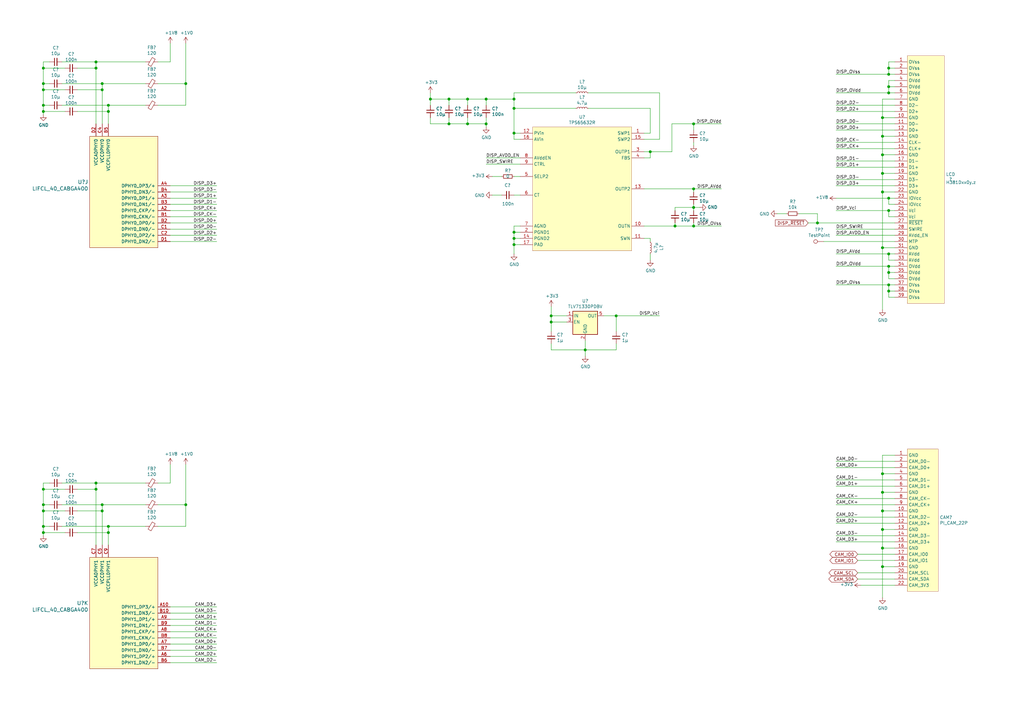
<source format=kicad_sch>
(kicad_sch (version 20210126) (generator eeschema)
  (paper "A3")
  (junction (at 17.78 27.94) (diameter 1.016))
  (junction (at 17.78 34.29) (diameter 1.016))
  (junction (at 17.78 36.83) (diameter 1.016))
  (junction (at 17.78 43.18) (diameter 1.016))
  (junction (at 17.78 45.72) (diameter 1.016))
  (junction (at 17.78 200.66) (diameter 1.016))
  (junction (at 17.78 207.01) (diameter 1.016))
  (junction (at 17.78 209.55) (diameter 1.016))
  (junction (at 17.78 215.9) (diameter 1.016))
  (junction (at 17.78 218.44) (diameter 1.016))
  (junction (at 39.37 25.4) (diameter 1.016))
  (junction (at 39.37 27.94) (diameter 1.016))
  (junction (at 39.37 198.12) (diameter 1.016))
  (junction (at 39.37 200.66) (diameter 1.016))
  (junction (at 41.91 34.29) (diameter 1.016))
  (junction (at 41.91 36.83) (diameter 1.016))
  (junction (at 41.91 207.01) (diameter 1.016))
  (junction (at 41.91 209.55) (diameter 1.016))
  (junction (at 44.45 43.18) (diameter 1.016))
  (junction (at 44.45 45.72) (diameter 1.016))
  (junction (at 44.45 215.9) (diameter 1.016))
  (junction (at 44.45 218.44) (diameter 1.016))
  (junction (at 76.2 34.29) (diameter 1.016))
  (junction (at 76.2 207.01) (diameter 1.016))
  (junction (at 176.53 40.64) (diameter 1.016))
  (junction (at 184.15 40.64) (diameter 1.016))
  (junction (at 184.15 50.8) (diameter 1.016))
  (junction (at 191.77 40.64) (diameter 1.016))
  (junction (at 191.77 50.8) (diameter 1.016))
  (junction (at 199.39 40.64) (diameter 1.016))
  (junction (at 199.39 50.8) (diameter 1.016))
  (junction (at 210.82 40.64) (diameter 1.016))
  (junction (at 210.82 44.45) (diameter 1.016))
  (junction (at 210.82 54.61) (diameter 1.016))
  (junction (at 210.82 95.25) (diameter 1.016))
  (junction (at 210.82 97.79) (diameter 1.016))
  (junction (at 210.82 100.33) (diameter 1.016))
  (junction (at 226.06 129.54) (diameter 1.016))
  (junction (at 226.06 132.08) (diameter 1.016))
  (junction (at 240.03 143.51) (diameter 1.016))
  (junction (at 252.73 129.54) (diameter 1.016))
  (junction (at 266.7 62.23) (diameter 1.016))
  (junction (at 276.86 92.71) (diameter 1.016))
  (junction (at 284.48 50.8) (diameter 1.016))
  (junction (at 284.48 77.47) (diameter 1.016))
  (junction (at 284.48 85.09) (diameter 1.016))
  (junction (at 284.48 92.71) (diameter 1.016))
  (junction (at 335.28 91.44) (diameter 1.016))
  (junction (at 361.95 48.26) (diameter 1.016))
  (junction (at 361.95 55.88) (diameter 1.016))
  (junction (at 361.95 63.5) (diameter 1.016))
  (junction (at 361.95 71.12) (diameter 1.016))
  (junction (at 361.95 78.74) (diameter 1.016))
  (junction (at 361.95 101.6) (diameter 1.016))
  (junction (at 361.95 194.31) (diameter 1.016))
  (junction (at 361.95 201.93) (diameter 1.016))
  (junction (at 361.95 209.55) (diameter 1.016))
  (junction (at 361.95 217.17) (diameter 1.016))
  (junction (at 361.95 224.79) (diameter 1.016))
  (junction (at 361.95 232.41) (diameter 1.016))
  (junction (at 364.49 27.94) (diameter 1.016))
  (junction (at 364.49 30.48) (diameter 1.016))
  (junction (at 364.49 35.56) (diameter 1.016))
  (junction (at 364.49 38.1) (diameter 1.016))
  (junction (at 364.49 81.28) (diameter 1.016))
  (junction (at 364.49 86.36) (diameter 1.016))
  (junction (at 364.49 104.14) (diameter 1.016))
  (junction (at 364.49 109.22) (diameter 1.016))
  (junction (at 364.49 111.76) (diameter 1.016))
  (junction (at 364.49 116.84) (diameter 1.016))
  (junction (at 364.49 119.38) (diameter 1.016))
  (wire (pts (xy 17.78 25.4) (xy 20.32 25.4)))
  (wire (pts (xy 17.78 27.94) (xy 17.78 25.4)))
  (wire (pts (xy 17.78 27.94) (xy 26.67 27.94)))
  (wire (pts (xy 17.78 34.29) (xy 17.78 27.94)))
  (wire (pts (xy 17.78 34.29) (xy 20.32 34.29)))
  (wire (pts (xy 17.78 36.83) (xy 17.78 34.29)))
  (wire (pts (xy 17.78 36.83) (xy 26.67 36.83)))
  (wire (pts (xy 17.78 43.18) (xy 17.78 36.83)))
  (wire (pts (xy 17.78 43.18) (xy 20.32 43.18)))
  (wire (pts (xy 17.78 45.72) (xy 17.78 43.18)))
  (wire (pts (xy 17.78 45.72) (xy 26.67 45.72)))
  (wire (pts (xy 17.78 46.99) (xy 17.78 45.72)))
  (wire (pts (xy 17.78 198.12) (xy 20.32 198.12)))
  (wire (pts (xy 17.78 200.66) (xy 17.78 198.12)))
  (wire (pts (xy 17.78 200.66) (xy 26.67 200.66)))
  (wire (pts (xy 17.78 207.01) (xy 17.78 200.66)))
  (wire (pts (xy 17.78 207.01) (xy 20.32 207.01)))
  (wire (pts (xy 17.78 209.55) (xy 17.78 207.01)))
  (wire (pts (xy 17.78 209.55) (xy 26.67 209.55)))
  (wire (pts (xy 17.78 215.9) (xy 17.78 209.55)))
  (wire (pts (xy 17.78 215.9) (xy 20.32 215.9)))
  (wire (pts (xy 17.78 218.44) (xy 17.78 215.9)))
  (wire (pts (xy 17.78 218.44) (xy 26.67 218.44)))
  (wire (pts (xy 17.78 219.71) (xy 17.78 218.44)))
  (wire (pts (xy 25.4 25.4) (xy 39.37 25.4)))
  (wire (pts (xy 25.4 34.29) (xy 41.91 34.29)))
  (wire (pts (xy 25.4 43.18) (xy 44.45 43.18)))
  (wire (pts (xy 25.4 198.12) (xy 39.37 198.12)))
  (wire (pts (xy 25.4 207.01) (xy 41.91 207.01)))
  (wire (pts (xy 25.4 215.9) (xy 44.45 215.9)))
  (wire (pts (xy 31.75 27.94) (xy 39.37 27.94)))
  (wire (pts (xy 31.75 36.83) (xy 41.91 36.83)))
  (wire (pts (xy 31.75 45.72) (xy 44.45 45.72)))
  (wire (pts (xy 31.75 200.66) (xy 39.37 200.66)))
  (wire (pts (xy 31.75 209.55) (xy 41.91 209.55)))
  (wire (pts (xy 31.75 218.44) (xy 44.45 218.44)))
  (wire (pts (xy 39.37 25.4) (xy 59.69 25.4)))
  (wire (pts (xy 39.37 27.94) (xy 39.37 25.4)))
  (wire (pts (xy 39.37 50.8) (xy 39.37 27.94)))
  (wire (pts (xy 39.37 198.12) (xy 59.69 198.12)))
  (wire (pts (xy 39.37 200.66) (xy 39.37 198.12)))
  (wire (pts (xy 39.37 223.52) (xy 39.37 200.66)))
  (wire (pts (xy 41.91 34.29) (xy 41.91 36.83)))
  (wire (pts (xy 41.91 34.29) (xy 59.69 34.29)))
  (wire (pts (xy 41.91 36.83) (xy 41.91 50.8)))
  (wire (pts (xy 41.91 207.01) (xy 41.91 209.55)))
  (wire (pts (xy 41.91 207.01) (xy 59.69 207.01)))
  (wire (pts (xy 41.91 209.55) (xy 41.91 223.52)))
  (wire (pts (xy 44.45 43.18) (xy 44.45 45.72)))
  (wire (pts (xy 44.45 45.72) (xy 44.45 50.8)))
  (wire (pts (xy 44.45 215.9) (xy 44.45 218.44)))
  (wire (pts (xy 44.45 218.44) (xy 44.45 223.52)))
  (wire (pts (xy 59.69 43.18) (xy 44.45 43.18)))
  (wire (pts (xy 59.69 215.9) (xy 44.45 215.9)))
  (wire (pts (xy 64.77 25.4) (xy 69.85 25.4)))
  (wire (pts (xy 64.77 34.29) (xy 76.2 34.29)))
  (wire (pts (xy 64.77 43.18) (xy 76.2 43.18)))
  (wire (pts (xy 64.77 198.12) (xy 69.85 198.12)))
  (wire (pts (xy 64.77 207.01) (xy 76.2 207.01)))
  (wire (pts (xy 64.77 215.9) (xy 76.2 215.9)))
  (wire (pts (xy 69.85 17.78) (xy 69.85 25.4)))
  (wire (pts (xy 69.85 76.2) (xy 88.9 76.2)))
  (wire (pts (xy 69.85 78.74) (xy 88.9 78.74)))
  (wire (pts (xy 69.85 81.28) (xy 88.9 81.28)))
  (wire (pts (xy 69.85 83.82) (xy 88.9 83.82)))
  (wire (pts (xy 69.85 86.36) (xy 88.9 86.36)))
  (wire (pts (xy 69.85 88.9) (xy 88.9 88.9)))
  (wire (pts (xy 69.85 91.44) (xy 88.9 91.44)))
  (wire (pts (xy 69.85 93.98) (xy 88.9 93.98)))
  (wire (pts (xy 69.85 96.52) (xy 88.9 96.52)))
  (wire (pts (xy 69.85 99.06) (xy 88.9 99.06)))
  (wire (pts (xy 69.85 190.5) (xy 69.85 198.12)))
  (wire (pts (xy 69.85 248.92) (xy 88.9 248.92)))
  (wire (pts (xy 69.85 251.46) (xy 88.9 251.46)))
  (wire (pts (xy 69.85 254) (xy 88.9 254)))
  (wire (pts (xy 69.85 256.54) (xy 88.9 256.54)))
  (wire (pts (xy 69.85 259.08) (xy 88.9 259.08)))
  (wire (pts (xy 69.85 261.62) (xy 88.9 261.62)))
  (wire (pts (xy 69.85 264.16) (xy 88.9 264.16)))
  (wire (pts (xy 69.85 266.7) (xy 88.9 266.7)))
  (wire (pts (xy 69.85 269.24) (xy 88.9 269.24)))
  (wire (pts (xy 69.85 271.78) (xy 88.9 271.78)))
  (wire (pts (xy 76.2 17.78) (xy 76.2 34.29)))
  (wire (pts (xy 76.2 34.29) (xy 76.2 43.18)))
  (wire (pts (xy 76.2 190.5) (xy 76.2 207.01)))
  (wire (pts (xy 76.2 207.01) (xy 76.2 215.9)))
  (wire (pts (xy 176.53 38.1) (xy 176.53 40.64)))
  (wire (pts (xy 176.53 40.64) (xy 176.53 43.18)))
  (wire (pts (xy 176.53 50.8) (xy 176.53 48.26)))
  (wire (pts (xy 184.15 40.64) (xy 176.53 40.64)))
  (wire (pts (xy 184.15 40.64) (xy 184.15 43.18)))
  (wire (pts (xy 184.15 50.8) (xy 176.53 50.8)))
  (wire (pts (xy 184.15 50.8) (xy 184.15 48.26)))
  (wire (pts (xy 191.77 40.64) (xy 184.15 40.64)))
  (wire (pts (xy 191.77 40.64) (xy 191.77 43.18)))
  (wire (pts (xy 191.77 50.8) (xy 184.15 50.8)))
  (wire (pts (xy 191.77 50.8) (xy 191.77 48.26)))
  (wire (pts (xy 199.39 40.64) (xy 191.77 40.64)))
  (wire (pts (xy 199.39 40.64) (xy 199.39 43.18)))
  (wire (pts (xy 199.39 48.26) (xy 199.39 50.8)))
  (wire (pts (xy 199.39 50.8) (xy 191.77 50.8)))
  (wire (pts (xy 199.39 50.8) (xy 199.39 52.07)))
  (wire (pts (xy 199.39 64.77) (xy 213.36 64.77)))
  (wire (pts (xy 199.39 67.31) (xy 213.36 67.31)))
  (wire (pts (xy 201.93 72.39) (xy 205.74 72.39)))
  (wire (pts (xy 201.93 80.01) (xy 205.74 80.01)))
  (wire (pts (xy 210.82 38.1) (xy 210.82 40.64)))
  (wire (pts (xy 210.82 40.64) (xy 199.39 40.64)))
  (wire (pts (xy 210.82 44.45) (xy 210.82 40.64)))
  (wire (pts (xy 210.82 44.45) (xy 236.22 44.45)))
  (wire (pts (xy 210.82 54.61) (xy 210.82 44.45)))
  (wire (pts (xy 210.82 54.61) (xy 213.36 54.61)))
  (wire (pts (xy 210.82 57.15) (xy 210.82 54.61)))
  (wire (pts (xy 210.82 72.39) (xy 213.36 72.39)))
  (wire (pts (xy 210.82 80.01) (xy 213.36 80.01)))
  (wire (pts (xy 210.82 92.71) (xy 213.36 92.71)))
  (wire (pts (xy 210.82 95.25) (xy 210.82 92.71)))
  (wire (pts (xy 210.82 95.25) (xy 213.36 95.25)))
  (wire (pts (xy 210.82 97.79) (xy 210.82 95.25)))
  (wire (pts (xy 210.82 97.79) (xy 213.36 97.79)))
  (wire (pts (xy 210.82 100.33) (xy 210.82 97.79)))
  (wire (pts (xy 210.82 100.33) (xy 213.36 100.33)))
  (wire (pts (xy 210.82 104.14) (xy 210.82 100.33)))
  (wire (pts (xy 213.36 57.15) (xy 210.82 57.15)))
  (wire (pts (xy 226.06 129.54) (xy 226.06 125.73)))
  (wire (pts (xy 226.06 132.08) (xy 226.06 129.54)))
  (wire (pts (xy 226.06 132.08) (xy 226.06 135.89)))
  (wire (pts (xy 226.06 143.51) (xy 226.06 140.97)))
  (wire (pts (xy 232.41 129.54) (xy 226.06 129.54)))
  (wire (pts (xy 232.41 132.08) (xy 226.06 132.08)))
  (wire (pts (xy 236.22 38.1) (xy 210.82 38.1)))
  (wire (pts (xy 240.03 139.7) (xy 240.03 143.51)))
  (wire (pts (xy 240.03 143.51) (xy 226.06 143.51)))
  (wire (pts (xy 240.03 143.51) (xy 240.03 146.05)))
  (wire (pts (xy 241.3 38.1) (xy 270.51 38.1)))
  (wire (pts (xy 241.3 44.45) (xy 266.7 44.45)))
  (wire (pts (xy 247.65 129.54) (xy 252.73 129.54)))
  (wire (pts (xy 252.73 129.54) (xy 252.73 135.89)))
  (wire (pts (xy 252.73 129.54) (xy 270.51 129.54)))
  (wire (pts (xy 252.73 140.97) (xy 252.73 143.51)))
  (wire (pts (xy 252.73 143.51) (xy 240.03 143.51)))
  (wire (pts (xy 264.16 64.77) (xy 266.7 64.77)))
  (wire (pts (xy 264.16 92.71) (xy 276.86 92.71)))
  (wire (pts (xy 266.7 44.45) (xy 266.7 54.61)))
  (wire (pts (xy 266.7 54.61) (xy 264.16 54.61)))
  (wire (pts (xy 266.7 62.23) (xy 264.16 62.23)))
  (wire (pts (xy 266.7 62.23) (xy 275.59 62.23)))
  (wire (pts (xy 266.7 64.77) (xy 266.7 62.23)))
  (wire (pts (xy 266.7 97.79) (xy 264.16 97.79)))
  (wire (pts (xy 266.7 99.06) (xy 266.7 97.79)))
  (wire (pts (xy 266.7 104.14) (xy 266.7 106.68)))
  (wire (pts (xy 270.51 38.1) (xy 270.51 57.15)))
  (wire (pts (xy 270.51 57.15) (xy 264.16 57.15)))
  (wire (pts (xy 275.59 50.8) (xy 284.48 50.8)))
  (wire (pts (xy 275.59 62.23) (xy 275.59 50.8)))
  (wire (pts (xy 276.86 85.09) (xy 284.48 85.09)))
  (wire (pts (xy 276.86 86.36) (xy 276.86 85.09)))
  (wire (pts (xy 276.86 91.44) (xy 276.86 92.71)))
  (wire (pts (xy 276.86 92.71) (xy 284.48 92.71)))
  (wire (pts (xy 284.48 50.8) (xy 284.48 53.34)))
  (wire (pts (xy 284.48 50.8) (xy 295.91 50.8)))
  (wire (pts (xy 284.48 58.42) (xy 284.48 59.69)))
  (wire (pts (xy 284.48 77.47) (xy 264.16 77.47)))
  (wire (pts (xy 284.48 77.47) (xy 295.91 77.47)))
  (wire (pts (xy 284.48 78.74) (xy 284.48 77.47)))
  (wire (pts (xy 284.48 83.82) (xy 284.48 85.09)))
  (wire (pts (xy 284.48 85.09) (xy 284.48 86.36)))
  (wire (pts (xy 284.48 85.09) (xy 287.02 85.09)))
  (wire (pts (xy 284.48 91.44) (xy 284.48 92.71)))
  (wire (pts (xy 284.48 92.71) (xy 295.91 92.71)))
  (wire (pts (xy 318.77 87.63) (xy 322.58 87.63)))
  (wire (pts (xy 327.66 87.63) (xy 335.28 87.63)))
  (wire (pts (xy 331.47 91.44) (xy 335.28 91.44)))
  (wire (pts (xy 335.28 87.63) (xy 335.28 91.44)))
  (wire (pts (xy 335.28 91.44) (xy 367.03 91.44)))
  (wire (pts (xy 337.82 99.06) (xy 367.03 99.06)))
  (wire (pts (xy 342.9 30.48) (xy 364.49 30.48)))
  (wire (pts (xy 342.9 38.1) (xy 364.49 38.1)))
  (wire (pts (xy 342.9 43.18) (xy 367.03 43.18)))
  (wire (pts (xy 342.9 45.72) (xy 367.03 45.72)))
  (wire (pts (xy 342.9 50.8) (xy 367.03 50.8)))
  (wire (pts (xy 342.9 53.34) (xy 367.03 53.34)))
  (wire (pts (xy 342.9 58.42) (xy 367.03 58.42)))
  (wire (pts (xy 342.9 60.96) (xy 367.03 60.96)))
  (wire (pts (xy 342.9 66.04) (xy 367.03 66.04)))
  (wire (pts (xy 342.9 68.58) (xy 367.03 68.58)))
  (wire (pts (xy 342.9 73.66) (xy 367.03 73.66)))
  (wire (pts (xy 342.9 76.2) (xy 367.03 76.2)))
  (wire (pts (xy 342.9 81.28) (xy 364.49 81.28)))
  (wire (pts (xy 342.9 86.36) (xy 364.49 86.36)))
  (wire (pts (xy 342.9 93.98) (xy 367.03 93.98)))
  (wire (pts (xy 342.9 96.52) (xy 367.03 96.52)))
  (wire (pts (xy 342.9 104.14) (xy 364.49 104.14)))
  (wire (pts (xy 342.9 109.22) (xy 364.49 109.22)))
  (wire (pts (xy 342.9 116.84) (xy 364.49 116.84)))
  (wire (pts (xy 342.9 189.23) (xy 367.03 189.23)))
  (wire (pts (xy 342.9 191.77) (xy 367.03 191.77)))
  (wire (pts (xy 342.9 196.85) (xy 367.03 196.85)))
  (wire (pts (xy 342.9 199.39) (xy 367.03 199.39)))
  (wire (pts (xy 342.9 204.47) (xy 367.03 204.47)))
  (wire (pts (xy 342.9 207.01) (xy 367.03 207.01)))
  (wire (pts (xy 342.9 212.09) (xy 367.03 212.09)))
  (wire (pts (xy 342.9 214.63) (xy 367.03 214.63)))
  (wire (pts (xy 342.9 219.71) (xy 367.03 219.71)))
  (wire (pts (xy 342.9 222.25) (xy 367.03 222.25)))
  (wire (pts (xy 351.79 227.33) (xy 367.03 227.33)))
  (wire (pts (xy 351.79 229.87) (xy 367.03 229.87)))
  (wire (pts (xy 351.79 234.95) (xy 367.03 234.95)))
  (wire (pts (xy 351.79 237.49) (xy 367.03 237.49)))
  (wire (pts (xy 353.06 240.03) (xy 367.03 240.03)))
  (wire (pts (xy 361.95 40.64) (xy 361.95 48.26)))
  (wire (pts (xy 361.95 48.26) (xy 361.95 55.88)))
  (wire (pts (xy 361.95 55.88) (xy 361.95 63.5)))
  (wire (pts (xy 361.95 63.5) (xy 361.95 71.12)))
  (wire (pts (xy 361.95 71.12) (xy 367.03 71.12)))
  (wire (pts (xy 361.95 78.74) (xy 361.95 71.12)))
  (wire (pts (xy 361.95 78.74) (xy 367.03 78.74)))
  (wire (pts (xy 361.95 101.6) (xy 361.95 78.74)))
  (wire (pts (xy 361.95 101.6) (xy 361.95 127)))
  (wire (pts (xy 361.95 186.69) (xy 367.03 186.69)))
  (wire (pts (xy 361.95 194.31) (xy 361.95 186.69)))
  (wire (pts (xy 361.95 194.31) (xy 367.03 194.31)))
  (wire (pts (xy 361.95 201.93) (xy 361.95 194.31)))
  (wire (pts (xy 361.95 201.93) (xy 361.95 209.55)))
  (wire (pts (xy 361.95 201.93) (xy 367.03 201.93)))
  (wire (pts (xy 361.95 209.55) (xy 361.95 217.17)))
  (wire (pts (xy 361.95 217.17) (xy 361.95 224.79)))
  (wire (pts (xy 361.95 217.17) (xy 367.03 217.17)))
  (wire (pts (xy 361.95 224.79) (xy 361.95 232.41)))
  (wire (pts (xy 361.95 224.79) (xy 367.03 224.79)))
  (wire (pts (xy 361.95 232.41) (xy 361.95 245.11)))
  (wire (pts (xy 361.95 232.41) (xy 367.03 232.41)))
  (wire (pts (xy 364.49 25.4) (xy 364.49 27.94)))
  (wire (pts (xy 364.49 27.94) (xy 364.49 30.48)))
  (wire (pts (xy 364.49 30.48) (xy 367.03 30.48)))
  (wire (pts (xy 364.49 33.02) (xy 367.03 33.02)))
  (wire (pts (xy 364.49 35.56) (xy 364.49 33.02)))
  (wire (pts (xy 364.49 35.56) (xy 364.49 38.1)))
  (wire (pts (xy 364.49 38.1) (xy 367.03 38.1)))
  (wire (pts (xy 364.49 81.28) (xy 364.49 83.82)))
  (wire (pts (xy 364.49 81.28) (xy 367.03 81.28)))
  (wire (pts (xy 364.49 83.82) (xy 367.03 83.82)))
  (wire (pts (xy 364.49 86.36) (xy 364.49 88.9)))
  (wire (pts (xy 364.49 86.36) (xy 367.03 86.36)))
  (wire (pts (xy 364.49 88.9) (xy 367.03 88.9)))
  (wire (pts (xy 364.49 104.14) (xy 367.03 104.14)))
  (wire (pts (xy 364.49 106.68) (xy 364.49 104.14)))
  (wire (pts (xy 364.49 109.22) (xy 367.03 109.22)))
  (wire (pts (xy 364.49 111.76) (xy 364.49 109.22)))
  (wire (pts (xy 364.49 111.76) (xy 367.03 111.76)))
  (wire (pts (xy 364.49 114.3) (xy 364.49 111.76)))
  (wire (pts (xy 364.49 116.84) (xy 367.03 116.84)))
  (wire (pts (xy 364.49 119.38) (xy 364.49 116.84)))
  (wire (pts (xy 364.49 119.38) (xy 367.03 119.38)))
  (wire (pts (xy 364.49 121.92) (xy 364.49 119.38)))
  (wire (pts (xy 367.03 25.4) (xy 364.49 25.4)))
  (wire (pts (xy 367.03 27.94) (xy 364.49 27.94)))
  (wire (pts (xy 367.03 35.56) (xy 364.49 35.56)))
  (wire (pts (xy 367.03 40.64) (xy 361.95 40.64)))
  (wire (pts (xy 367.03 48.26) (xy 361.95 48.26)))
  (wire (pts (xy 367.03 55.88) (xy 361.95 55.88)))
  (wire (pts (xy 367.03 63.5) (xy 361.95 63.5)))
  (wire (pts (xy 367.03 101.6) (xy 361.95 101.6)))
  (wire (pts (xy 367.03 106.68) (xy 364.49 106.68)))
  (wire (pts (xy 367.03 114.3) (xy 364.49 114.3)))
  (wire (pts (xy 367.03 121.92) (xy 364.49 121.92)))
  (wire (pts (xy 367.03 209.55) (xy 361.95 209.55)))
  (label "DISP_D3+" (at 88.9 76.2 180))
  (label "DISP_D3-" (at 88.9 78.74 180))
  (label "DISP_D1+" (at 88.9 81.28 180))
  (label "DISP_D1-" (at 88.9 83.82 180))
  (label "DISP_CK+" (at 88.9 86.36 180))
  (label "DISP_CK-" (at 88.9 88.9 180))
  (label "DISP_D0+" (at 88.9 91.44 180))
  (label "DISP_D0-" (at 88.9 93.98 180))
  (label "DISP_D2+" (at 88.9 96.52 180))
  (label "DISP_D2-" (at 88.9 99.06 180))
  (label "CAM_D3+" (at 88.9 248.92 180))
  (label "CAM_D3-" (at 88.9 251.46 180))
  (label "CAM_D1+" (at 88.9 254 180))
  (label "CAM_D1-" (at 88.9 256.54 180))
  (label "CAM_CK+" (at 88.9 259.08 180))
  (label "CAM_CK-" (at 88.9 261.62 180))
  (label "CAM_D0+" (at 88.9 264.16 180))
  (label "CAM_D0-" (at 88.9 266.7 180))
  (label "CAM_D2+" (at 88.9 269.24 180))
  (label "CAM_D2-" (at 88.9 271.78 180))
  (label "DISP_AVDD_EN" (at 199.39 64.77 0))
  (label "DISP_SWIRE" (at 199.39 67.31 0))
  (label "DISP_Vci" (at 270.51 129.54 180))
  (label "DISP_OVdd" (at 295.91 50.8 180))
  (label "DISP_AVdd" (at 295.91 77.47 180))
  (label "DISP_OVss" (at 295.91 92.71 180))
  (label "DISP_OVss" (at 342.9 30.48 0))
  (label "DISP_OVdd" (at 342.9 38.1 0))
  (label "DISP_D2-" (at 342.9 43.18 0))
  (label "DISP_D2+" (at 342.9 45.72 0))
  (label "DISP_D0-" (at 342.9 50.8 0))
  (label "DISP_D0+" (at 342.9 53.34 0))
  (label "DISP_CK-" (at 342.9 58.42 0))
  (label "DISP_CK+" (at 342.9 60.96 0))
  (label "DISP_D1-" (at 342.9 66.04 0))
  (label "DISP_D1+" (at 342.9 68.58 0))
  (label "DISP_D3-" (at 342.9 73.66 0))
  (label "DISP_D3+" (at 342.9 76.2 0))
  (label "DISP_Vci" (at 342.9 86.36 0))
  (label "DISP_SWIRE" (at 342.9 93.98 0))
  (label "DISP_AVDD_EN" (at 342.9 96.52 0))
  (label "DISP_AVdd" (at 342.9 104.14 0))
  (label "DISP_OVdd" (at 342.9 109.22 0))
  (label "DISP_OVss" (at 342.9 116.84 0))
  (label "CAM_D0-" (at 342.9 189.23 0))
  (label "CAM_D0+" (at 342.9 191.77 0))
  (label "CAM_D1-" (at 342.9 196.85 0))
  (label "CAM_D1+" (at 342.9 199.39 0))
  (label "CAM_CK-" (at 342.9 204.47 0))
  (label "CAM_CK+" (at 342.9 207.01 0))
  (label "CAM_D2-" (at 342.9 212.09 0))
  (label "CAM_D2+" (at 342.9 214.63 0))
  (label "CAM_D3-" (at 342.9 219.71 0))
  (label "CAM_D3+" (at 342.9 222.25 0))
  (global_label "DISP_~RESET" (shape input) (at 331.47 91.44 180) (property "Intersheet References" "${INTERSHEET_REFS}" (effects hide)))
  (global_label "CAM_IO0" (shape bidirectional) (at 351.79 227.33 180) (property "Intersheet References" "${INTERSHEET_REFS}" (effects hide)))
  (global_label "CAM_IO1" (shape bidirectional) (at 351.79 229.87 180) (property "Intersheet References" "${INTERSHEET_REFS}" (effects hide)))
  (global_label "CAM_SCL" (shape bidirectional) (at 351.79 234.95 180) (property "Intersheet References" "${INTERSHEET_REFS}" (effects hide)))
  (global_label "CAM_SDA" (shape bidirectional) (at 351.79 237.49 180) (property "Intersheet References" "${INTERSHEET_REFS}" (effects hide)))
  (symbol (lib_id "Device:L_Small") (at 238.76 38.1 90) (unit 1)
    (property "Reference" "L?" (at 238.76 33.5088 90))
    (property "Value" "10µ" (at 238.76 35.807 90))
  )
  (symbol (lib_id "Device:L_Small") (at 238.76 44.45 90) (unit 1)
    (property "Reference" "L?" (at 238.76 39.8588 90))
    (property "Value" "4.7µ" (at 238.76 42.157 90))
  )
  (symbol (lib_id "Device:L_Small") (at 266.7 101.6 0) (unit 1)
    (property "Reference" "L?" (at 271.2912 101.6 90))
    (property "Value" "4.7µ" (at 268.993 101.6 90))
  )
  (symbol (lib_id "Connector:TestPoint") (at 337.82 99.06 90) (unit 1)
    (property "Reference" "TP?" (at 335.9785 94.2148 90))
    (property "Value" "TestPoint" (at 335.9785 96.5135 90))
  )
  (symbol (lib_id "power:+1V8") (at 69.85 17.78 0) (unit 1)
    (property "Reference" "#PWR?" (effects hide))
    (property "Value" "+1V8" (at 70.2183 13.4556 0))
  )
  (symbol (lib_id "power:+1V8") (at 69.85 190.5 0) (unit 1)
    (property "Reference" "#PWR?" (effects hide))
    (property "Value" "+1V8" (at 70.2183 186.1756 0))
  )
  (symbol (lib_id "power:+1V0") (at 76.2 17.78 0) (unit 1)
    (property "Reference" "#PWR?" (effects hide))
    (property "Value" "+1V0" (at 76.5683 13.4556 0))
  )
  (symbol (lib_id "power:+1V0") (at 76.2 190.5 0) (unit 1)
    (property "Reference" "#PWR?" (effects hide))
    (property "Value" "+1V0" (at 76.5683 186.1756 0))
  )
  (symbol (lib_id "power:+3V3") (at 176.53 38.1 0) (unit 1)
    (property "Reference" "#PWR?" (effects hide))
    (property "Value" "+3V3" (at 176.8983 33.7756 0))
  )
  (symbol (lib_id "power:+3V3") (at 201.93 72.39 90) (unit 1)
    (property "Reference" "#PWR?" (effects hide))
    (property "Value" "+3V3" (at 198.7549 72.0217 90) (effects (justify left)))
  )
  (symbol (lib_id "power:+3V3") (at 226.06 125.73 0) (unit 1)
    (property "Reference" "#PWR?" (effects hide))
    (property "Value" "+3V3" (at 226.4283 121.4056 0))
  )
  (symbol (lib_id "power:+1V8") (at 342.9 81.28 90) (unit 1)
    (property "Reference" "#PWR?" (effects hide))
    (property "Value" "+1V8" (at 339.7249 80.9117 90) (effects (justify left)))
  )
  (symbol (lib_id "power:+3V3") (at 353.06 240.03 90) (unit 1)
    (property "Reference" "#PWR?" (effects hide))
    (property "Value" "+3V3" (at 349.8849 239.6617 90) (effects (justify left)))
  )
  (symbol (lib_id "power:GND") (at 17.78 46.99 0) (unit 1)
    (property "Reference" "#PWR?" (effects hide))
    (property "Value" "GND" (at 17.8943 51.3144 0))
  )
  (symbol (lib_id "power:GND") (at 17.78 219.71 0) (unit 1)
    (property "Reference" "#PWR?" (effects hide))
    (property "Value" "GND" (at 17.8943 224.0344 0))
  )
  (symbol (lib_id "power:GND") (at 199.39 52.07 0) (unit 1)
    (property "Reference" "#PWR?" (effects hide))
    (property "Value" "GND" (at 199.5043 56.3944 0))
  )
  (symbol (lib_id "power:GND") (at 201.93 80.01 270) (unit 1)
    (property "Reference" "#PWR?" (effects hide))
    (property "Value" "GND" (at 198.755 80.1243 90) (effects (justify right)))
  )
  (symbol (lib_id "power:GND") (at 210.82 104.14 0) (unit 1)
    (property "Reference" "#PWR?" (effects hide))
    (property "Value" "GND" (at 210.9343 108.4644 0))
  )
  (symbol (lib_id "power:GND") (at 240.03 146.05 0) (unit 1)
    (property "Reference" "#PWR?" (effects hide))
    (property "Value" "GND" (at 240.1443 150.3744 0))
  )
  (symbol (lib_id "power:GND") (at 266.7 106.68 0) (unit 1)
    (property "Reference" "#PWR?" (effects hide))
    (property "Value" "GND" (at 266.8143 111.0044 0))
  )
  (symbol (lib_id "power:GND") (at 284.48 59.69 0) (unit 1)
    (property "Reference" "#PWR?" (effects hide))
    (property "Value" "GND" (at 284.5943 64.0144 0))
  )
  (symbol (lib_id "power:GND") (at 287.02 85.09 90) (unit 1)
    (property "Reference" "#PWR?" (effects hide))
    (property "Value" "GND" (at 290.1951 84.9757 90) (effects (justify right)))
  )
  (symbol (lib_id "power:GND") (at 318.77 87.63 270) (unit 1)
    (property "Reference" "#PWR?" (effects hide))
    (property "Value" "GND" (at 315.595 87.7443 90) (effects (justify right)))
  )
  (symbol (lib_id "power:GND") (at 361.95 127 0) (unit 1)
    (property "Reference" "#PWR?" (effects hide))
    (property "Value" "GND" (at 362.0643 131.3244 0))
  )
  (symbol (lib_id "power:GND") (at 361.95 245.11 0) (unit 1)
    (property "Reference" "#PWR?" (effects hide))
    (property "Value" "GND" (at 362.0643 249.4344 0))
  )
  (symbol (lib_id "Device:R_Small") (at 208.28 72.39 90) (unit 1)
    (property "Reference" "R?" (at 208.28 69.9832 90))
    (property "Value" "0" (at 208.28 72.282 90))
  )
  (symbol (lib_id "Device:R_Small") (at 325.12 87.63 90) (unit 1)
    (property "Reference" "R?" (at 325.12 82.6832 90))
    (property "Value" "10k" (at 325.12 84.982 90))
  )
  (symbol (lib_id "Device:C_Small") (at 22.86 25.4 90) (unit 1)
    (property "Reference" "C?" (at 22.86 19.6277 90))
    (property "Value" "10µ" (at 22.86 21.926 90))
  )
  (symbol (lib_id "Device:C_Small") (at 22.86 34.29 90) (unit 1)
    (property "Reference" "C?" (at 22.86 28.5177 90))
    (property "Value" "10µ" (at 22.86 30.816 90))
  )
  (symbol (lib_id "Device:C_Small") (at 22.86 43.18 90) (unit 1)
    (property "Reference" "C?" (at 22.86 37.4077 90))
    (property "Value" "10µ" (at 22.86 39.706 90))
  )
  (symbol (lib_id "Device:C_Small") (at 22.86 198.12 90) (unit 1)
    (property "Reference" "C?" (at 22.86 192.3477 90))
    (property "Value" "10µ" (at 22.86 194.646 90))
  )
  (symbol (lib_id "Device:C_Small") (at 22.86 207.01 90) (unit 1)
    (property "Reference" "C?" (at 22.86 201.2377 90))
    (property "Value" "10µ" (at 22.86 203.536 90))
  )
  (symbol (lib_id "Device:C_Small") (at 22.86 215.9 90) (unit 1)
    (property "Reference" "C?" (at 22.86 210.1277 90))
    (property "Value" "10µ" (at 22.86 212.426 90))
  )
  (symbol (lib_id "Device:C_Small") (at 29.21 27.94 90) (unit 1)
    (property "Reference" "C?" (at 29.21 22.1677 90))
    (property "Value" "100n" (at 29.21 24.466 90))
  )
  (symbol (lib_id "Device:C_Small") (at 29.21 36.83 90) (unit 1)
    (property "Reference" "C?" (at 29.21 31.0577 90))
    (property "Value" "100n" (at 29.21 33.356 90))
  )
  (symbol (lib_id "Device:C_Small") (at 29.21 45.72 90) (unit 1)
    (property "Reference" "C?" (at 29.21 39.9477 90))
    (property "Value" "100n" (at 29.21 42.246 90))
  )
  (symbol (lib_id "Device:C_Small") (at 29.21 200.66 90) (unit 1)
    (property "Reference" "C?" (at 29.21 194.8877 90))
    (property "Value" "100n" (at 29.21 197.186 90))
  )
  (symbol (lib_id "Device:C_Small") (at 29.21 209.55 90) (unit 1)
    (property "Reference" "C?" (at 29.21 203.7777 90))
    (property "Value" "100n" (at 29.21 206.076 90))
  )
  (symbol (lib_id "Device:C_Small") (at 29.21 218.44 90) (unit 1)
    (property "Reference" "C?" (at 29.21 212.6677 90))
    (property "Value" "100n" (at 29.21 214.966 90))
  )
  (symbol (lib_id "Device:C_Small") (at 176.53 45.72 0) (unit 1)
    (property "Reference" "C?" (at 178.8542 44.5706 0) (effects (justify left)))
    (property "Value" "10µ" (at 178.854 46.869 0) (effects (justify left)))
  )
  (symbol (lib_id "Device:C_Small") (at 184.15 45.72 0) (unit 1)
    (property "Reference" "C?" (at 186.4742 44.5706 0) (effects (justify left)))
    (property "Value" "10µ" (at 186.474 46.869 0) (effects (justify left)))
  )
  (symbol (lib_id "Device:C_Small") (at 191.77 45.72 0) (unit 1)
    (property "Reference" "C?" (at 194.0942 44.5706 0) (effects (justify left)))
    (property "Value" "10µ" (at 194.094 46.869 0) (effects (justify left)))
  )
  (symbol (lib_id "Device:C_Small") (at 199.39 45.72 0) (unit 1)
    (property "Reference" "C?" (at 201.7142 44.5706 0) (effects (justify left)))
    (property "Value" "100n" (at 201.714 46.869 0) (effects (justify left)))
  )
  (symbol (lib_id "Device:C_Small") (at 208.28 80.01 270) (unit 1)
    (property "Reference" "C?" (at 206.8894 75.9842 90) (effects (justify left)))
    (property "Value" "100n" (at 205.861 83.604 90) (effects (justify left)))
  )
  (symbol (lib_id "Device:C_Small") (at 226.06 138.43 0) (unit 1)
    (property "Reference" "C?" (at 228.3842 137.2806 0) (effects (justify left)))
    (property "Value" "1µ" (at 228.384 139.579 0) (effects (justify left)))
  )
  (symbol (lib_id "Device:C_Small") (at 252.73 138.43 0) (unit 1)
    (property "Reference" "C?" (at 255.0542 137.2806 0) (effects (justify left)))
    (property "Value" "1µ" (at 255.054 139.579 0) (effects (justify left)))
  )
  (symbol (lib_id "Device:C_Small") (at 276.86 88.9 0) (unit 1)
    (property "Reference" "C?" (at 279.1842 87.7506 0) (effects (justify left)))
    (property "Value" "10µ" (at 279.184 90.049 0) (effects (justify left)))
  )
  (symbol (lib_id "Device:C_Small") (at 284.48 55.88 0) (unit 1)
    (property "Reference" "C?" (at 286.8042 54.7306 0) (effects (justify left)))
    (property "Value" "10µ" (at 286.804 57.029 0) (effects (justify left)))
  )
  (symbol (lib_id "Device:C_Small") (at 284.48 81.28 0) (unit 1)
    (property "Reference" "C?" (at 286.8042 80.1306 0) (effects (justify left)))
    (property "Value" "10µ" (at 286.804 82.429 0) (effects (justify left)))
  )
  (symbol (lib_id "Device:C_Small") (at 284.48 88.9 0) (unit 1)
    (property "Reference" "C?" (at 286.8042 87.7506 0) (effects (justify left)))
    (property "Value" "10µ" (at 286.804 90.049 0) (effects (justify left)))
  )
  (symbol (lib_id "Device:FerriteBead_Small") (at 62.23 25.4 90) (unit 1)
    (property "Reference" "FB?" (at 62.23 19.488 90))
    (property "Value" "120" (at 62.23 21.787 90))
  )
  (symbol (lib_id "Device:FerriteBead_Small") (at 62.23 34.29 90) (unit 1)
    (property "Reference" "FB?" (at 62.23 28.378 90))
    (property "Value" "120" (at 62.23 30.677 90))
  )
  (symbol (lib_id "Device:FerriteBead_Small") (at 62.23 43.18 90) (unit 1)
    (property "Reference" "FB?" (at 62.23 37.268 90))
    (property "Value" "120" (at 62.23 39.567 90))
  )
  (symbol (lib_id "Device:FerriteBead_Small") (at 62.23 198.12 90) (unit 1)
    (property "Reference" "FB?" (at 62.23 192.208 90))
    (property "Value" "120" (at 62.23 194.507 90))
  )
  (symbol (lib_id "Device:FerriteBead_Small") (at 62.23 207.01 90) (unit 1)
    (property "Reference" "FB?" (at 62.23 201.098 90))
    (property "Value" "120" (at 62.23 203.397 90))
  )
  (symbol (lib_id "Device:FerriteBead_Small") (at 62.23 215.9 90) (unit 1)
    (property "Reference" "FB?" (at 62.23 209.988 90))
    (property "Value" "120" (at 62.23 212.287 90))
  )
  (symbol (lib_id "Regulator_Linear:TLV71330PDBV") (at 240.03 132.08 0) (unit 1)
    (property "Reference" "U?" (at 240.03 123.4248 0))
    (property "Value" "TLV71330PDBV" (at 240.03 125.7235 0))
    (property "Footprint" "Package_TO_SOT_SMD:SOT-23-5" (effects hide))
    (property "Datasheet" "http://www.ti.com/lit/ds/symlink/tlv713p.pdf" (effects hide))
  )
  (symbol (lib_id "meowality:PI_CAM_22P") (at 378.46 242.57 0) (unit 1)
    (property "Reference" "CAM?" (at 385.4455 212.2106 0) (effects (justify left)))
    (property "Value" "PI_CAM_22P" (at 385.4455 214.5093 0) (effects (justify left)))
  )
  (symbol (lib_id "meowality:LIFCL_40_CABGA400") (at 69.85 76.2 0) (mirror y) (unit 10)
    (property "Reference" "U?" (at 36.195 74.6557 0) (effects (font (size 1.524 1.524)) (justify left)))
    (property "Value" "LIFCL_40_CABGA400" (at 36.195 77.3633 0) (effects (font (size 1.524 1.524)) (justify left)))
    (property "manf#" "LIFCL_40" (effects hide))
  )
  (symbol (lib_id "meowality:LIFCL_40_CABGA400") (at 69.85 248.92 0) (mirror y) (unit 11)
    (property "Reference" "U?" (at 36.195 247.3757 0) (effects (font (size 1.524 1.524)) (justify left)))
    (property "Value" "LIFCL_40_CABGA400" (at 36.195 250.0833 0) (effects (font (size 1.524 1.524)) (justify left)))
    (property "manf#" "LIFCL_40" (effects hide))
  )
  (symbol (lib_id "meowality:H381Dxx0y.z") (at 379.73 73.66 0) (unit 1)
    (property "Reference" "LCD\n?" (at 387.9855 72.5106 0) (effects (justify left)))
    (property "Value" "H381Dxx0y.z" (at 387.9855 74.8093 0) (effects (justify left)))
  )
  (symbol (lib_id "meowality:TPS65632R") (at 238.76 77.47 0) (unit 1)
    (property "Reference" "U?" (at 238.76 47.9863 0))
    (property "Value" "TPS65632R" (at 238.76 50.285 0))
  )
)
</source>
